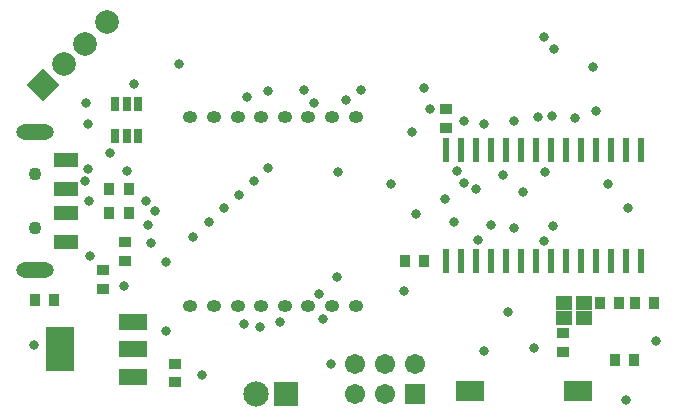
<source format=gts>
G04*
G04 #@! TF.GenerationSoftware,Altium Limited,Altium Designer,19.1.5 (86)*
G04*
G04 Layer_Color=8388736*
%FSLAX44Y44*%
%MOMM*%
G71*
G01*
G75*
%ADD17R,0.9400X0.9900*%
%ADD18R,0.9900X0.9400*%
%ADD19R,0.9032X1.0532*%
%ADD20R,2.3832X1.8032*%
%ADD21R,0.6000X2.0000*%
%ADD22R,2.4384X1.4224*%
%ADD23R,2.4032X3.8032*%
%ADD24R,1.4032X1.2032*%
%ADD25R,0.8032X1.2032*%
%ADD26O,1.2032X1.0032*%
%ADD27R,2.0000X1.2000*%
%ADD28R,1.0532X0.9032*%
%ADD29P,2.8330X4X90.0*%
%ADD30C,2.0032*%
%ADD31C,2.1400*%
%ADD32R,2.1400X2.1400*%
%ADD33C,1.7032*%
%ADD34R,1.7032X1.7032*%
%ADD35O,3.2000X1.3000*%
%ADD36C,1.1000*%
%ADD37C,0.8032*%
D17*
X43560Y120950D02*
D03*
X27560D02*
D03*
X506350Y118410D02*
D03*
X522350D02*
D03*
X551560D02*
D03*
X535560D02*
D03*
D18*
X146050Y51100D02*
D03*
Y67100D02*
D03*
X474980Y93010D02*
D03*
Y77010D02*
D03*
X104140Y169590D02*
D03*
Y153590D02*
D03*
X375920Y282620D02*
D03*
Y266620D02*
D03*
D19*
X518800Y70150D02*
D03*
X535300D02*
D03*
X357500Y153970D02*
D03*
X341000D02*
D03*
X107310Y194610D02*
D03*
X90810D02*
D03*
X107310Y214770D02*
D03*
X90810D02*
D03*
D20*
X395960Y43480D02*
D03*
X487960D02*
D03*
D21*
X375920Y247960D02*
D03*
X388620D02*
D03*
X401320D02*
D03*
X414020D02*
D03*
X426720D02*
D03*
X439420D02*
D03*
X452120D02*
D03*
X464820D02*
D03*
X477520D02*
D03*
X490220D02*
D03*
X502920D02*
D03*
X515620D02*
D03*
X528320D02*
D03*
X541020D02*
D03*
Y153960D02*
D03*
X528320D02*
D03*
X515620D02*
D03*
X502920D02*
D03*
X490220D02*
D03*
X477520D02*
D03*
X464820D02*
D03*
X452120D02*
D03*
X439420D02*
D03*
X426720D02*
D03*
X414020D02*
D03*
X401320D02*
D03*
X388620D02*
D03*
X375920D02*
D03*
D22*
X110998Y55926D02*
D03*
Y79040D02*
D03*
Y102154D02*
D03*
D23*
X49020Y79040D02*
D03*
D24*
X475370Y118560D02*
D03*
X492370D02*
D03*
Y105560D02*
D03*
X475370D02*
D03*
D25*
X114910Y287100D02*
D03*
X105410D02*
D03*
X95910D02*
D03*
Y259600D02*
D03*
X105410D02*
D03*
X114910D02*
D03*
D26*
X159390Y115890D02*
D03*
X179390D02*
D03*
X199390D02*
D03*
X219320D02*
D03*
X239390D02*
D03*
X259390D02*
D03*
X279390D02*
D03*
X299390D02*
D03*
Y275890D02*
D03*
X279390D02*
D03*
X259390D02*
D03*
X239390D02*
D03*
X219390D02*
D03*
X199390D02*
D03*
X179390D02*
D03*
X159390D02*
D03*
D27*
X53870Y239770D02*
D03*
Y214770D02*
D03*
Y194770D02*
D03*
Y169770D02*
D03*
D28*
X85090Y146350D02*
D03*
Y129850D02*
D03*
D29*
X34645Y302645D02*
D03*
D30*
X52322Y320322D02*
D03*
X70000Y338000D02*
D03*
X88385Y356385D02*
D03*
D31*
X215030Y40940D02*
D03*
D32*
X240030D02*
D03*
D33*
X323850D02*
D03*
X298750D02*
D03*
Y66340D02*
D03*
X323850D02*
D03*
X349250D02*
D03*
D34*
Y40940D02*
D03*
D35*
X27870Y263270D02*
D03*
Y146270D02*
D03*
D36*
Y227270D02*
D03*
Y182270D02*
D03*
D37*
X70000Y222000D02*
D03*
X74000Y158000D02*
D03*
X554000Y86000D02*
D03*
X528000Y36000D02*
D03*
X450000Y80000D02*
D03*
X408000Y78000D02*
D03*
X26670Y82850D02*
D03*
X356870Y300020D02*
D03*
X485140Y274620D02*
D03*
X433070Y272080D02*
D03*
X346710Y263190D02*
D03*
X361950Y282240D02*
D03*
X391160Y272080D02*
D03*
X407670Y269540D02*
D03*
X458470Y170480D02*
D03*
X402590Y171750D02*
D03*
X382270Y186990D02*
D03*
X374650Y206040D02*
D03*
X440690Y212390D02*
D03*
X384810Y230170D02*
D03*
X424180Y226360D02*
D03*
X401320Y214930D02*
D03*
X459740Y228900D02*
D03*
X513080Y218740D02*
D03*
X529590Y198420D02*
D03*
X278130Y66340D02*
D03*
X168910Y57450D02*
D03*
X271780Y104440D02*
D03*
X234950Y101900D02*
D03*
X204470Y100630D02*
D03*
X224790Y232710D02*
D03*
X213360Y221280D02*
D03*
X200660Y209850D02*
D03*
X187960Y198420D02*
D03*
X175260Y186990D02*
D03*
X161290Y174290D02*
D03*
X303530Y298750D02*
D03*
X255270D02*
D03*
X224790Y297480D02*
D03*
X207010Y292400D02*
D03*
X149860Y320340D02*
D03*
X112000Y304000D02*
D03*
X71120Y287320D02*
D03*
X72390Y269540D02*
D03*
Y231440D02*
D03*
X73660Y204770D02*
D03*
X121920D02*
D03*
X123190Y184450D02*
D03*
X138430Y152700D02*
D03*
Y94280D02*
D03*
X102870Y132380D02*
D03*
X290830Y289860D02*
D03*
X264160Y287320D02*
D03*
X267970Y126030D02*
D03*
X465455Y276525D02*
D03*
X453390Y275890D02*
D03*
X458470Y343200D02*
D03*
X467360Y333040D02*
D03*
X500380Y317800D02*
D03*
X91440Y245410D02*
D03*
X105410Y230170D02*
D03*
X125730Y169210D02*
D03*
X340360Y128570D02*
D03*
X391160Y220010D02*
D03*
X466090Y183180D02*
D03*
X218440Y98090D02*
D03*
X350520Y193340D02*
D03*
X283210Y140000D02*
D03*
X284480Y228900D02*
D03*
X328930Y218740D02*
D03*
X414020Y184450D02*
D03*
X433070Y181910D02*
D03*
X427990Y110790D02*
D03*
X502920Y280970D02*
D03*
X129540Y195880D02*
D03*
M02*

</source>
